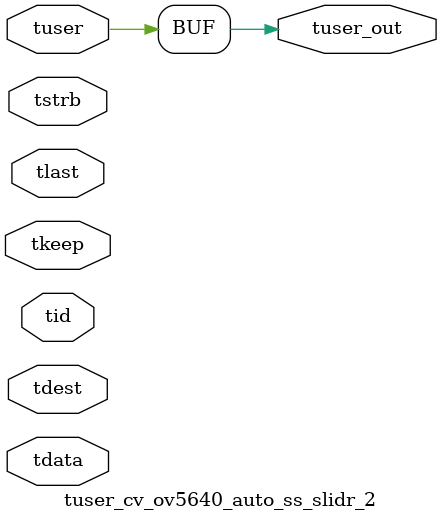
<source format=v>


`timescale 1ps/1ps

module tuser_cv_ov5640_auto_ss_slidr_2 #
(
parameter C_S_AXIS_TUSER_WIDTH = 1,
parameter C_S_AXIS_TDATA_WIDTH = 32,
parameter C_S_AXIS_TID_WIDTH   = 0,
parameter C_S_AXIS_TDEST_WIDTH = 0,
parameter C_M_AXIS_TUSER_WIDTH = 1
)
(
input  [(C_S_AXIS_TUSER_WIDTH == 0 ? 1 : C_S_AXIS_TUSER_WIDTH)-1:0     ] tuser,
input  [(C_S_AXIS_TDATA_WIDTH == 0 ? 1 : C_S_AXIS_TDATA_WIDTH)-1:0     ] tdata,
input  [(C_S_AXIS_TID_WIDTH   == 0 ? 1 : C_S_AXIS_TID_WIDTH)-1:0       ] tid,
input  [(C_S_AXIS_TDEST_WIDTH == 0 ? 1 : C_S_AXIS_TDEST_WIDTH)-1:0     ] tdest,
input  [(C_S_AXIS_TDATA_WIDTH/8)-1:0 ] tkeep,
input  [(C_S_AXIS_TDATA_WIDTH/8)-1:0 ] tstrb,
input                                                                    tlast,
output [C_M_AXIS_TUSER_WIDTH-1:0] tuser_out
);

assign tuser_out = {tuser[0:0]};

endmodule


</source>
